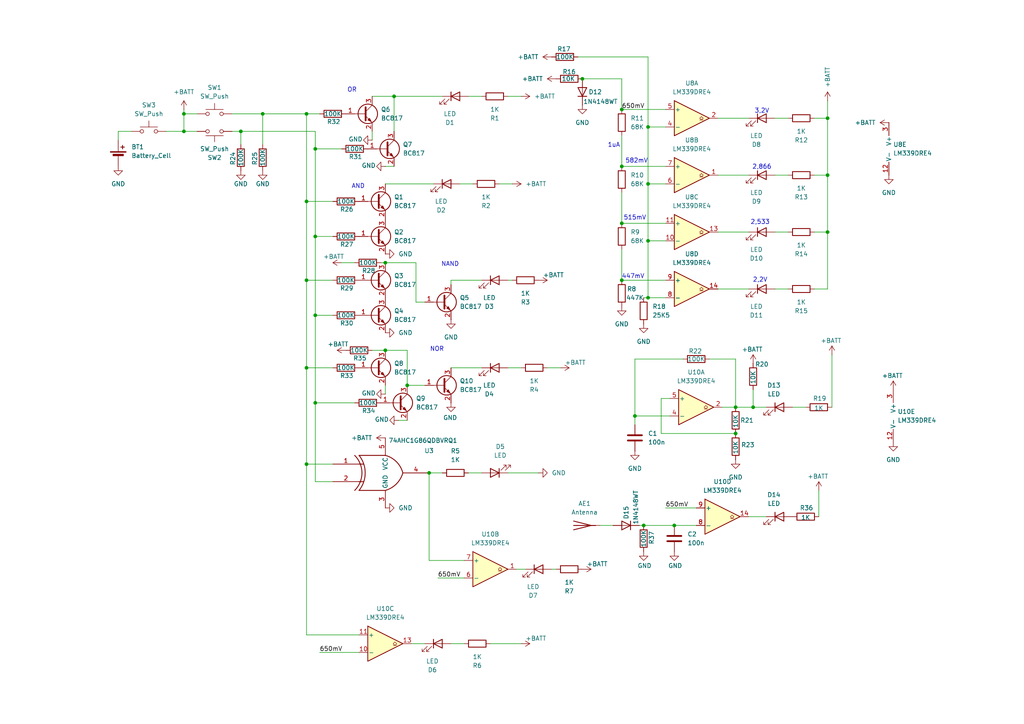
<source format=kicad_sch>
(kicad_sch (version 20250114) (generator "eeschema") (generator_version "9.0")
  (paper "A4")
  (lib_symbols
    (symbol "74xGxx:74AHC1G86"
      (property "Reference" "U" (at -2.54 3.81 0))
      (property "Value" "74AHC1G86" (at 0 -3.81 0))
      (symbol "74AHC1G86_1_1"
        (pin input line (at -15.24 2.54 0) (length 7.62) (name "~") (number "1"))
        (pin input line (at -15.24 -2.54 0) (length 7.62) (name "~") (number "2"))
        (pin power_in line (at 0 10.16 270) (length 5.08) (name "VCC") (number "5"))
        (pin power_in line (at 0 -10.16 90) (length 5.08) (name "GND") (number "3"))
        (pin output line (at 12.7 0 180) (length 7.62) (name "~") (number "4"))
      )
    )
    (symbol "Comparator:LM339" (pin_names (offset 0.127))
      (property "Reference" "U" (at 0 5.08 0))
      (property "Value" "LM339" (at 0 -5.08 0))
      (symbol "LM339_1_1"
        (pin input line (at -7.62 2.54 0) (length 2.54) (name "+") (number "5"))
        (pin input line (at -7.62 -2.54 0) (length 2.54) (name "-") (number "4"))
        (pin open_collector line (at 7.62 0 180) (length 2.54) (name "~") (number "2"))
      )
      (symbol "LM339_2_1"
        (pin input line (at -7.62 2.54 0) (length 2.54) (name "+") (number "7"))
        (pin input line (at -7.62 -2.54 0) (length 2.54) (name "-") (number "6"))
        (pin open_collector line (at 7.62 0 180) (length 2.54) (name "~") (number "1"))
      )
      (symbol "LM339_3_1"
        (pin input line (at -7.62 2.54 0) (length 2.54) (name "+") (number "11"))
        (pin input line (at -7.62 -2.54 0) (length 2.54) (name "-") (number "10"))
        (pin open_collector line (at 7.62 0 180) (length 2.54) (name "~") (number "13"))
      )
      (symbol "LM339_4_1"
        (pin input line (at -7.62 2.54 0) (length 2.54) (name "+") (number "9"))
        (pin input line (at -7.62 -2.54 0) (length 2.54) (name "-") (number "8"))
        (pin open_collector line (at 7.62 0 180) (length 2.54) (name "~") (number "14"))
      )
      (symbol "LM339_5_1"
        (pin power_in line (at -2.54 7.62 270) (length 3.81) (name "V+") (number "3"))
        (pin power_in line (at -2.54 -7.62 90) (length 3.81) (name "V-") (number "12"))
      )
    )
    (symbol "Device:Antenna" (pin_numbers (hide yes)) (pin_names (offset 1.016) (hide yes))
      (property "Reference" "AE" (at -1.905 1.905 0))
      (property "Value" "Antenna" (at -1.905 0 0))
      (symbol "Antenna_1_1"
        (pin input line (at 0 -5.08 90) (length 2.54) (name "A") (number "1"))
      )
    )
    (symbol "Device:Battery_Cell" (pin_numbers (hide yes)) (pin_names (offset 0) (hide yes))
      (property "Reference" "BT" (at 2.54 2.54 0))
      (property "Value" "Battery_Cell" (at 2.54 0 0))
      (symbol "Battery_Cell_1_1"
        (pin passive line (at 0 5.08 270) (length 2.54) (name "+") (number "1"))
        (pin passive line (at 0 -2.54 90) (length 2.54) (name "-") (number "2"))
      )
    )
    (symbol "Device:C" (pin_numbers (hide yes)) (pin_names (offset 0.254))
      (property "Reference" "C" (at 0.635 2.54 0))
      (property "Value" "C" (at 0.635 -2.54 0))
      (symbol "C_1_1"
        (pin passive line (at 0 3.81 270) (length 2.794) (name "~") (number "1"))
        (pin passive line (at 0 -3.81 90) (length 2.794) (name "~") (number "2"))
      )
    )
    (symbol "Device:LED" (pin_numbers (hide yes)) (pin_names (offset 1.016) (hide yes))
      (property "Reference" "D" (at 0 2.54 0))
      (property "Value" "LED" (at 0 -2.54 0))
      (symbol "LED_1_1"
        (pin passive line (at -3.81 0 0) (length 2.54) (name "K") (number "1"))
        (pin passive line (at 3.81 0 180) (length 2.54) (name "A") (number "2"))
      )
    )
    (symbol "Device:R" (pin_numbers (hide yes)) (pin_names (offset 0))
      (property "Reference" "R" (at 2.032 0 90))
      (property "Value" "R" (at 0 0 90))
      (symbol "R_1_1"
        (pin passive line (at 0 3.81 270) (length 1.27) (name "~") (number "1"))
        (pin passive line (at 0 -3.81 90) (length 1.27) (name "~") (number "2"))
      )
    )
    (symbol "Diode:1N4148WT" (pin_numbers (hide yes)) (pin_names (hide yes))
      (property "Reference" "D" (at 0 2.54 0))
      (property "Value" "1N4148WT" (at 0 -2.54 0))
      (symbol "1N4148WT_1_1"
        (pin passive line (at -3.81 0 0) (length 2.54) (name "K") (number "1"))
        (pin passive line (at 3.81 0 180) (length 2.54) (name "A") (number "2"))
      )
    )
    (symbol "Switch:SW_Push" (pin_numbers (hide yes)) (pin_names (offset 1.016) (hide yes))
      (property "Reference" "SW" (at 1.27 2.54 0))
      (property "Value" "SW_Push" (at 0 -1.524 0))
      (symbol "SW_Push_0_1"
        (pin passive line (at -5.08 0 0) (length 2.54) (name "1") (number "1"))
        (pin passive line (at 5.08 0 180) (length 2.54) (name "2") (number "2"))
      )
    )
    (symbol "Transistor_BJT:BC817" (pin_names (offset 0) (hide yes))
      (property "Reference" "Q" (at 5.08 1.905 0))
      (property "Value" "BC817" (at 5.08 0 0))
      (symbol "BC817_1_1"
        (pin input line (at -5.08 0 0) (length 2.54) (name "B") (number "1"))
        (pin passive line (at 2.54 5.08 270) (length 2.54) (name "C") (number "3"))
        (pin passive line (at 2.54 -5.08 90) (length 2.54) (name "E") (number "2"))
      )
    )
    (symbol "power:+BATT" (power) (pin_numbers (hide yes)) (pin_names (offset 0) (hide yes))
      (property "Value" "+BATT" (at 0 3.556 0))
      (symbol "+BATT_1_1"
        (pin power_in line (at 0 0 90) (length 0) (name "~") (number "1"))
      )
    )
    (symbol "power:GND" (power) (pin_numbers (hide yes)) (pin_names (offset 0) (hide yes))
      (property "Value" "GND" (at 0 -3.81 0))
      (symbol "GND_1_1"
        (pin power_in line (at 0 0 270) (length 0) (name "~") (number "1"))
      )
    )
  )
  (text "AND" (at 103.886 54.102 0) (effects (font (size 1.27 1.27))))
  (text "1uA" (at 178.054 42.164 0) (effects (font (size 1.27 1.27))))
  (text "515mV" (at 184.15 63.246 0) (effects (font (size 1.27 1.27))))
  (text "447mV" (at 183.642 80.264 0) (effects (font (size 1.27 1.27))))
  (text "2,866" (at 220.98 48.514 0) (effects (font (size 1.27 1.27))))
  (text "3,2V" (at 220.98 32.258 0) (effects (font (size 1.27 1.27))))
  (text "2,2V" (at 220.472 81.28 0) (effects (font (size 1.27 1.27))))
  (text "OR" (at 102.108 26.162 0) (effects (font (size 1.27 1.27))))
  (text "NAND" (at 130.556 76.708 0) (effects (font (size 1.27 1.27))))
  (text "NOR\n" (at 126.746 101.346 0) (effects (font (size 1.27 1.27))))
  (text "582mV" (at 184.658 46.736 0) (effects (font (size 1.27 1.27))))
  (text "2,533\n" (at 220.472 64.516 0) (effects (font (size 1.27 1.27))))
  (junction (at 218.44 118.11))
  (junction (at 91.44 68.58))
  (junction (at 91.44 91.44))
  (junction (at 187.96 53.34))
  (junction (at 195.58 152.4))
  (junction (at 168.91 22.86))
  (junction (at 88.9 106.68))
  (junction (at 88.9 33.02))
  (junction (at 180.34 64.77))
  (junction (at 240.03 67.31))
  (junction (at 184.15 120.65))
  (junction (at 91.44 43.18))
  (junction (at 187.96 69.85))
  (junction (at 76.2 33.02))
  (junction (at 88.9 81.28))
  (junction (at 91.44 116.84))
  (junction (at 186.69 152.4))
  (junction (at 187.96 86.36))
  (junction (at 69.85 38.1))
  (junction (at 180.34 48.26))
  (junction (at 213.36 125.73))
  (junction (at 124.46 137.16))
  (junction (at 111.76 76.2))
  (junction (at 53.34 38.1))
  (junction (at 213.36 118.11))
  (junction (at 240.03 50.8))
  (junction (at 88.9 58.42))
  (junction (at 240.03 34.29))
  (junction (at 88.9 134.62))
  (junction (at 180.34 31.75))
  (junction (at 53.34 33.02))
  (junction (at 111.76 101.6))
  (junction (at 118.11 111.76))
  (junction (at 114.3 27.94))
  (junction (at 187.96 36.83))
  (junction (at 180.34 81.28))
  (wire (pts (xy 130.81 106.68) (xy 139.7 106.68)))
  (wire (pts (xy 193.04 147.32) (xy 201.93 147.32)))
  (wire (pts (xy 88.9 81.28) (xy 88.9 58.42)))
  (wire (pts (xy 240.03 50.8) (xy 240.03 67.31)))
  (wire (pts (xy 162.56 106.68) (xy 158.75 106.68)))
  (wire (pts (xy 48.26 38.1) (xy 53.34 38.1)))
  (wire (pts (xy 111.76 114.3) (xy 111.76 111.76)))
  (wire (pts (xy 96.52 58.42) (xy 88.9 58.42)))
  (wire (pts (xy 180.34 31.75) (xy 193.04 31.75)))
  (wire (pts (xy 195.58 152.4) (xy 201.93 152.4)))
  (wire (pts (xy 111.76 101.6) (xy 118.11 101.6)))
  (wire (pts (xy 167.64 16.51) (xy 187.96 16.51)))
  (wire (pts (xy 91.44 43.18) (xy 91.44 38.1)))
  (wire (pts (xy 161.29 165.1) (xy 160.02 165.1)))
  (wire (pts (xy 69.85 38.1) (xy 91.44 38.1)))
  (wire (pts (xy 208.28 67.31) (xy 217.17 67.31)))
  (wire (pts (xy 228.6 34.29) (xy 224.79 34.29)))
  (wire (pts (xy 91.44 91.44) (xy 91.44 116.84)))
  (wire (pts (xy 123.19 87.63) (xy 120.65 87.63)))
  (wire (pts (xy 151.13 106.68) (xy 147.32 106.68)))
  (wire (pts (xy 156.21 137.16) (xy 147.32 137.16)))
  (wire (pts (xy 91.44 68.58) (xy 91.44 91.44)))
  (wire (pts (xy 180.34 31.75) (xy 180.34 22.86)))
  (wire (pts (xy 237.49 142.24) (xy 237.49 149.86)))
  (wire (pts (xy 92.71 189.23) (xy 104.14 189.23)))
  (wire (pts (xy 124.46 137.16) (xy 124.46 162.56)))
  (wire (pts (xy 151.13 186.69) (xy 142.24 186.69)))
  (wire (pts (xy 180.34 39.37) (xy 180.34 48.26)))
  (wire (pts (xy 53.34 33.02) (xy 53.34 31.75)))
  (wire (pts (xy 208.28 83.82) (xy 217.17 83.82)))
  (wire (pts (xy 91.44 43.18) (xy 91.44 68.58)))
  (wire (pts (xy 240.03 67.31) (xy 236.22 67.31)))
  (wire (pts (xy 187.96 53.34) (xy 187.96 36.83)))
  (wire (pts (xy 151.13 27.94) (xy 147.32 27.94)))
  (wire (pts (xy 218.44 113.03) (xy 218.44 118.11)))
  (wire (pts (xy 76.2 33.02) (xy 76.2 41.91)))
  (wire (pts (xy 104.14 184.15) (xy 88.9 184.15)))
  (wire (pts (xy 180.34 55.88) (xy 180.34 64.77)))
  (wire (pts (xy 240.03 34.29) (xy 236.22 34.29)))
  (wire (pts (xy 184.15 104.14) (xy 184.15 120.65)))
  (wire (pts (xy 34.29 38.1) (xy 34.29 40.64)))
  (wire (pts (xy 124.46 162.56) (xy 134.62 162.56)))
  (wire (pts (xy 191.77 125.73) (xy 191.77 115.57)))
  (wire (pts (xy 57.15 33.02) (xy 53.34 33.02)))
  (wire (pts (xy 180.34 64.77) (xy 193.04 64.77)))
  (wire (pts (xy 88.9 58.42) (xy 88.9 33.02)))
  (wire (pts (xy 91.44 116.84) (xy 102.87 116.84)))
  (wire (pts (xy 184.15 120.65) (xy 194.31 120.65)))
  (wire (pts (xy 187.96 36.83) (xy 193.04 36.83)))
  (wire (pts (xy 148.59 81.28) (xy 147.32 81.28)))
  (wire (pts (xy 120.65 76.2) (xy 111.76 76.2)))
  (wire (pts (xy 119.38 186.69) (xy 123.19 186.69)))
  (wire (pts (xy 218.44 118.11) (xy 222.25 118.11)))
  (wire (pts (xy 99.06 76.2) (xy 102.87 76.2)))
  (wire (pts (xy 57.15 38.1) (xy 53.34 38.1)))
  (wire (pts (xy 91.44 139.7) (xy 96.52 139.7)))
  (wire (pts (xy 184.15 120.65) (xy 184.15 123.19)))
  (wire (pts (xy 198.12 104.14) (xy 184.15 104.14)))
  (wire (pts (xy 213.36 104.14) (xy 205.74 104.14)))
  (wire (pts (xy 209.55 118.11) (xy 213.36 118.11)))
  (wire (pts (xy 111.76 53.34) (xy 125.73 53.34)))
  (wire (pts (xy 124.46 137.16) (xy 128.27 137.16)))
  (wire (pts (xy 193.04 86.36) (xy 187.96 86.36)))
  (wire (pts (xy 76.2 33.02) (xy 88.9 33.02)))
  (wire (pts (xy 228.6 67.31) (xy 224.79 67.31)))
  (wire (pts (xy 240.03 29.21) (xy 240.03 34.29)))
  (wire (pts (xy 88.9 134.62) (xy 88.9 184.15)))
  (wire (pts (xy 130.81 81.28) (xy 130.81 82.55)))
  (wire (pts (xy 228.6 50.8) (xy 224.79 50.8)))
  (wire (pts (xy 180.34 81.28) (xy 193.04 81.28)))
  (wire (pts (xy 53.34 38.1) (xy 53.34 33.02)))
  (wire (pts (xy 120.65 87.63) (xy 120.65 76.2)))
  (wire (pts (xy 110.49 76.2) (xy 111.76 76.2)))
  (wire (pts (xy 213.36 118.11) (xy 213.36 104.14)))
  (wire (pts (xy 193.04 69.85) (xy 187.96 69.85)))
  (wire (pts (xy 107.95 27.94) (xy 114.3 27.94)))
  (wire (pts (xy 88.9 81.28) (xy 88.9 106.68)))
  (wire (pts (xy 208.28 50.8) (xy 217.17 50.8)))
  (wire (pts (xy 240.03 50.8) (xy 236.22 50.8)))
  (wire (pts (xy 107.95 40.64) (xy 107.95 38.1)))
  (wire (pts (xy 91.44 116.84) (xy 91.44 139.7)))
  (wire (pts (xy 241.3 102.87) (xy 241.3 118.11)))
  (wire (pts (xy 127 167.64) (xy 134.62 167.64)))
  (wire (pts (xy 96.52 68.58) (xy 91.44 68.58)))
  (wire (pts (xy 186.69 152.4) (xy 195.58 152.4)))
  (wire (pts (xy 91.44 91.44) (xy 96.52 91.44)))
  (wire (pts (xy 240.03 67.31) (xy 240.03 83.82)))
  (wire (pts (xy 137.16 53.34) (xy 133.35 53.34)))
  (wire (pts (xy 67.31 33.02) (xy 76.2 33.02)))
  (wire (pts (xy 180.34 22.86) (xy 168.91 22.86)))
  (wire (pts (xy 139.7 27.94) (xy 135.89 27.94)))
  (wire (pts (xy 208.28 34.29) (xy 217.17 34.29)))
  (wire (pts (xy 38.1 38.1) (xy 34.29 38.1)))
  (wire (pts (xy 88.9 106.68) (xy 88.9 134.62)))
  (wire (pts (xy 187.96 69.85) (xy 187.96 86.36)))
  (wire (pts (xy 187.96 53.34) (xy 187.96 69.85)))
  (wire (pts (xy 134.62 186.69) (xy 130.81 186.69)))
  (wire (pts (xy 240.03 34.29) (xy 240.03 50.8)))
  (wire (pts (xy 191.77 115.57) (xy 194.31 115.57)))
  (wire (pts (xy 96.52 81.28) (xy 88.9 81.28)))
  (wire (pts (xy 187.96 86.36) (xy 186.69 86.36)))
  (wire (pts (xy 114.3 27.94) (xy 114.3 38.1)))
  (wire (pts (xy 107.95 101.6) (xy 111.76 101.6)))
  (wire (pts (xy 139.7 81.28) (xy 130.81 81.28)))
  (wire (pts (xy 69.85 38.1) (xy 69.85 41.91)))
  (wire (pts (xy 148.59 53.34) (xy 144.78 53.34)))
  (wire (pts (xy 114.3 27.94) (xy 128.27 27.94)))
  (wire (pts (xy 88.9 106.68) (xy 96.52 106.68)))
  (wire (pts (xy 173.99 152.4) (xy 177.8 152.4)))
  (wire (pts (xy 180.34 72.39) (xy 180.34 81.28)))
  (wire (pts (xy 187.96 53.34) (xy 193.04 53.34)))
  (wire (pts (xy 180.34 48.26) (xy 193.04 48.26)))
  (wire (pts (xy 67.31 38.1) (xy 69.85 38.1)))
  (wire (pts (xy 91.44 43.18) (xy 99.06 43.18)))
  (wire (pts (xy 185.42 152.4) (xy 186.69 152.4)))
  (wire (pts (xy 115.57 121.92) (xy 118.11 121.92)))
  (wire (pts (xy 149.86 165.1) (xy 152.4 165.1)))
  (wire (pts (xy 213.36 125.73) (xy 191.77 125.73)))
  (wire (pts (xy 88.9 33.02) (xy 92.71 33.02)))
  (wire (pts (xy 213.36 118.11) (xy 218.44 118.11)))
  (wire (pts (xy 135.89 137.16) (xy 139.7 137.16)))
  (wire (pts (xy 96.52 134.62) (xy 88.9 134.62)))
  (wire (pts (xy 217.17 149.86) (xy 222.25 149.86)))
  (wire (pts (xy 229.87 118.11) (xy 233.68 118.11)))
  (wire (pts (xy 111.76 48.26) (xy 114.3 48.26)))
  (wire (pts (xy 228.6 83.82) (xy 224.79 83.82)))
  (wire (pts (xy 118.11 111.76) (xy 123.19 111.76)))
  (wire (pts (xy 118.11 101.6) (xy 118.11 111.76)))
  (wire (pts (xy 187.96 16.51) (xy 187.96 36.83)))
  (wire (pts (xy 240.03 83.82) (xy 236.22 83.82)))
  (label "650mV" (at 180.34 31.75 0))
  (label "650mV" (at 92.71 189.23 0))
  (label "650mV" (at 193.04 147.32 0))
  (label "650mV" (at 127 167.64 0))
  (symbol (lib_id "power:GND") (at 130.81 116.84 0) (unit 1)
    (property "Reference" "#PWR019" (effects (hide yes)))
    (property "Value" "GND" (at 130.556 121.158 0))
    (property "Description" "Power symbol creates a global label with name \"GND\" , ground" (effects (hide yes)))
  )
  (symbol (lib_id "Device:R") (at 69.85 45.72 180) (unit 1)
    (property "Reference" "R24" (at 67.564 45.974 90))
    (property "Value" "100K" (at 69.85 45.72 90))
    (property "Footprint" "Resistor_SMD:R_0603_1608Metric" (effects (hide yes)))
    (property "Description" "Resistor" (effects (hide yes)))
  )
  (symbol (lib_id "Device:R") (at 232.41 50.8 270) (unit 1)
    (property "Reference" "R13" (at 232.41 57.15 90))
    (property "Value" "1K" (at 232.41 54.61 90))
    (property "Footprint" "Resistor_SMD:R_0603_1608Metric" (effects (hide yes)))
    (property "Description" "Resistor" (effects (hide yes)))
  )
  (symbol (lib_id "power:+BATT") (at 160.02 16.51 90) (unit 1)
    (property "Reference" "#PWR024" (effects (hide yes)))
    (property "Value" "+BATT" (at 156.21 16.5099 90) (effects (justify left)))
    (property "Description" "Power symbol creates a global label with name \"+BATT\"" (effects (hide yes)))
  )
  (symbol (lib_id "power:+BATT") (at 156.21 81.28 270) (unit 1)
    (property "Reference" "#PWR017" (effects (hide yes)))
    (property "Value" "+BATT" (at 157.48 79.756 90) (effects (justify left)))
    (property "Description" "Power symbol creates a global label with name \"+BATT\"" (effects (hide yes)))
  )
  (symbol (lib_id "power:+BATT") (at 240.03 29.21 0) (unit 1)
    (property "Reference" "#PWR028" (effects (hide yes)))
    (property "Value" "+BATT" (at 240.0301 25.4 90) (effects (justify left)))
    (property "Description" "Power symbol creates a global label with name \"+BATT\"" (effects (hide yes)))
  )
  (symbol (lib_id "power:+BATT") (at 237.49 142.24 0) (unit 1)
    (property "Reference" "#PWR041" (effects (hide yes)))
    (property "Value" "+BATT" (at 234.188 138.176 0) (effects (justify left)))
    (property "Description" "Power symbol creates a global label with name \"+BATT\"" (effects (hide yes)))
  )
  (symbol (lib_id "power:GND") (at 111.76 48.26 270) (unit 1)
    (property "Reference" "#PWR010" (effects (hide yes)))
    (property "Value" "GND" (at 106.934 48.006 90))
    (property "Description" "Power symbol creates a global label with name \"GND\" , ground" (effects (hide yes)))
  )
  (symbol (lib_id "power:GND") (at 111.76 96.52 90) (unit 1)
    (property "Reference" "#PWR04" (effects (hide yes)))
    (property "Value" "GND" (at 115.57 96.5199 90) (effects (justify right)))
    (property "Description" "Power symbol creates a global label with name \"GND\" , ground" (effects (hide yes)))
  )
  (symbol (lib_id "Device:R") (at 232.41 67.31 270) (unit 1)
    (property "Reference" "R14" (at 232.41 73.66 90))
    (property "Value" "1K" (at 232.41 71.12 90))
    (property "Footprint" "Resistor_SMD:R_0603_1608Metric" (effects (hide yes)))
    (property "Description" "Resistor" (effects (hide yes)))
  )
  (symbol (lib_id "Device:R") (at 237.49 118.11 270) (unit 1)
    (property "Reference" "R19" (at 237.744 115.57 90))
    (property "Value" "1K" (at 237.49 118.364 90))
    (property "Footprint" "Resistor_SMD:R_0603_1608Metric" (effects (hide yes)))
    (property "Description" "Resistor" (effects (hide yes)))
  )
  (symbol (lib_id "power:+BATT") (at 148.59 53.34 270) (unit 1)
    (property "Reference" "#PWR021" (effects (hide yes)))
    (property "Value" "+BATT" (at 152.4 53.3401 90) (effects (justify left)))
    (property "Description" "Power symbol creates a global label with name \"+BATT\"" (effects (hide yes)))
  )
  (symbol (lib_id "Device:C") (at 184.15 127 0) (unit 1)
    (property "Reference" "C1" (at 187.96 125.7299 0) (effects (justify left)))
    (property "Value" "100n" (at 187.96 128.2699 0) (effects (justify left)))
    (property "Footprint" "Capacitor_SMD:C_1206_3216Metric" (effects (hide yes)))
    (property "Description" "Unpolarized capacitor" (effects (hide yes)))
  )
  (symbol (lib_id "Comparator:LM339") (at 260.35 43.18 0) (unit 5)
    (property "Reference" "U8" (at 259.08 41.9099 0) (effects (justify left)))
    (property "Value" "LM339DRE4" (at 259.08 44.4499 0) (effects (justify left)))
    (property "Footprint" "Package_SO:SOIC-14_3.9x8.7mm_P1.27mm" (effects (hide yes)))
    (property "Datasheet" "https://www.st.com/resource/en/datasheet/lm139.pdf" (effects (hide yes)))
    (property "Description" "Quad Differential Comparators, SOIC-14/TSSOP-14" (effects (hide yes)))
  )
  (symbol (lib_id "power:GND") (at 130.81 92.71 0) (unit 1)
    (property "Reference" "#PWR011" (effects (hide yes)))
    (property "Value" "GND" (at 130.81 97.79 0))
    (property "Description" "Power symbol creates a global label with name \"GND\" , ground" (effects (hide yes)))
  )
  (symbol (lib_id "Transistor_BJT:BC817") (at 109.22 91.44 0) (unit 1)
    (property "Reference" "Q4" (at 114.3 90.1699 0) (effects (justify left)))
    (property "Value" "BC817" (at 114.3 92.7099 0) (effects (justify left)))
    (property "Footprint" "Package_TO_SOT_SMD:SOT-23" (effects (hide yes)))
    (property "Datasheet" "https://www.onsemi.com/pub/Collateral/BC818-D.pdf" (effects (hide yes)))
    (property "Description" "0.8A Ic, 45V Vce, NPN Transistor, SOT-23" (effects (hide yes)))
  )
  (symbol (lib_id "power:GND") (at 186.69 160.02 0) (unit 1)
    (property "Reference" "#PWR042" (effects (hide yes)))
    (property "Value" "GND" (at 186.944 164.084 0))
    (property "Description" "Power symbol creates a global label with name \"GND\" , ground" (effects (hide yes)))
  )
  (symbol (lib_id "power:+BATT") (at 99.06 76.2 90) (unit 1)
    (property "Reference" "#PWR012" (effects (hide yes)))
    (property "Value" "+BATT" (at 99.822 74.422 90) (effects (justify left)))
    (property "Description" "Power symbol creates a global label with name \"+BATT\"" (effects (hide yes)))
  )
  (symbol (lib_id "Transistor_BJT:BC817") (at 109.22 68.58 0) (unit 1)
    (property "Reference" "Q2" (at 114.3 67.3099 0) (effects (justify left)))
    (property "Value" "BC817" (at 114.3 69.8499 0) (effects (justify left)))
    (property "Footprint" "Package_TO_SOT_SMD:SOT-23" (effects (hide yes)))
    (property "Datasheet" "https://www.onsemi.com/pub/Collateral/BC818-D.pdf" (effects (hide yes)))
    (property "Description" "0.8A Ic, 45V Vce, NPN Transistor, SOT-23" (effects (hide yes)))
  )
  (symbol (lib_id "power:+BATT") (at 100.33 101.6 90) (unit 1)
    (property "Reference" "#PWR05" (effects (hide yes)))
    (property "Value" "+BATT" (at 101.092 99.822 90) (effects (justify left)))
    (property "Description" "Power symbol creates a global label with name \"+BATT\"" (effects (hide yes)))
  )
  (symbol (lib_id "Device:LED") (at 143.51 81.28 0) (unit 1)
    (property "Reference" "D3" (at 141.9225 88.9 0))
    (property "Value" "LED" (at 141.9225 86.36 0))
    (property "Footprint" "LED_SMD:LED_0603_1608Metric" (effects (hide yes)))
    (property "Description" "Light emitting diode" (effects (hide yes)))
    (property "Sim.Pins" "1=K 2=A" (effects (hide yes)))
  )
  (symbol (lib_id "power:GND") (at 259.08 128.27 0) (unit 1)
    (property "Reference" "#PWR023" (effects (hide yes)))
    (property "Value" "GND" (at 259.08 133.35 0))
    (property "Description" "Power symbol creates a global label with name \"GND\" , ground" (effects (hide yes)))
  )
  (symbol (lib_id "Device:LED") (at 127 186.69 0) (unit 1)
    (property "Reference" "D6" (at 125.4125 194.31 0))
    (property "Value" "LED" (at 125.4125 191.77 0))
    (property "Footprint" "LED_SMD:LED_0603_1608Metric" (effects (hide yes)))
    (property "Description" "Light emitting diode" (effects (hide yes)))
    (property "Sim.Pins" "1=K 2=A" (effects (hide yes)))
  )
  (symbol (lib_id "Device:R") (at 106.68 76.2 270) (unit 1)
    (property "Reference" "R28" (at 106.934 78.486 90))
    (property "Value" "100K" (at 106.68 76.2 90))
    (property "Footprint" "Resistor_SMD:R_0603_1608Metric" (effects (hide yes)))
    (property "Description" "Resistor" (effects (hide yes)))
  )
  (symbol (lib_id "Comparator:LM339") (at 111.76 186.69 0) (unit 3)
    (property "Reference" "U10" (at 111.76 176.53 0))
    (property "Value" "LM339DRE4" (at 111.76 179.07 0))
    (property "Footprint" "Package_SO:SOIC-14_3.9x8.7mm_P1.27mm" (effects (hide yes)))
    (property "Datasheet" "https://www.st.com/resource/en/datasheet/lm139.pdf" (effects (hide yes)))
    (property "Description" "Quad Differential Comparators, SOIC-14/TSSOP-14" (effects (hide yes)))
  )
  (symbol (lib_id "power:GND") (at 76.2 49.53 0) (unit 1)
    (property "Reference" "#PWR037" (effects (hide yes)))
    (property "Value" "GND" (at 76.2 53.34 0))
    (property "Description" "Power symbol creates a global label with name \"GND\" , ground" (effects (hide yes)))
  )
  (symbol (lib_id "power:GND") (at 180.34 88.9 0) (unit 1)
    (property "Reference" "#PWR026" (effects (hide yes)))
    (property "Value" "GND" (at 180.34 93.98 0))
    (property "Description" "Power symbol creates a global label with name \"GND\" , ground" (effects (hide yes)))
  )
  (symbol (lib_id "Device:R") (at 100.33 91.44 270) (unit 1)
    (property "Reference" "R30" (at 100.584 93.726 90))
    (property "Value" "100K" (at 100.33 91.44 90))
    (property "Footprint" "Resistor_SMD:R_0603_1608Metric" (effects (hide yes)))
    (property "Description" "Resistor" (effects (hide yes)))
  )
  (symbol (lib_id "Comparator:LM339") (at 209.55 149.86 0) (unit 4)
    (property "Reference" "U10" (at 209.55 139.7 0))
    (property "Value" "LM339DRE4" (at 209.55 142.24 0))
    (property "Footprint" "Package_SO:SOIC-14_3.9x8.7mm_P1.27mm" (effects (hide yes)))
    (property "Datasheet" "https://www.st.com/resource/en/datasheet/lm139.pdf" (effects (hide yes)))
    (property "Description" "Quad Differential Comparators, SOIC-14/TSSOP-14" (effects (hide yes)))
  )
  (symbol (lib_id "Device:R") (at 180.34 35.56 0) (unit 1)
    (property "Reference" "R11" (at 182.88 34.2899 0) (effects (justify left)))
    (property "Value" "68K" (at 182.88 36.8299 0) (effects (justify left)))
    (property "Footprint" "Resistor_SMD:R_0603_1608Metric" (effects (hide yes)))
    (property "Description" "Resistor" (effects (hide yes)))
  )
  (symbol (lib_id "Device:R") (at 100.33 58.42 270) (unit 1)
    (property "Reference" "R26" (at 100.584 60.706 90))
    (property "Value" "100K" (at 100.33 58.42 90))
    (property "Footprint" "Resistor_SMD:R_0603_1608Metric" (effects (hide yes)))
    (property "Description" "Resistor" (effects (hide yes)))
  )
  (symbol (lib_id "Device:R") (at 152.4 81.28 270) (unit 1)
    (property "Reference" "R3" (at 152.4 87.63 90))
    (property "Value" "1K" (at 152.4 85.09 90))
    (property "Footprint" "Resistor_SMD:R_0603_1608Metric" (effects (hide yes)))
    (property "Description" "Resistor" (effects (hide yes)))
  )
  (symbol (lib_id "Transistor_BJT:BC817") (at 115.57 116.84 0) (unit 1)
    (property "Reference" "Q9" (at 120.65 115.5699 0) (effects (justify left)))
    (property "Value" "BC817" (at 120.65 118.1099 0) (effects (justify left)))
    (property "Footprint" "Package_TO_SOT_SMD:SOT-23" (effects (hide yes)))
    (property "Datasheet" "https://www.onsemi.com/pub/Collateral/BC818-D.pdf" (effects (hide yes)))
    (property "Description" "0.8A Ic, 45V Vce, NPN Transistor, SOT-23" (effects (hide yes)))
  )
  (symbol (lib_id "power:GND") (at 111.76 73.66 90) (unit 1)
    (property "Reference" "#PWR03" (effects (hide yes)))
    (property "Value" "GND" (at 115.57 73.6599 90) (effects (justify right)))
    (property "Description" "Power symbol creates a global label with name \"GND\" , ground" (effects (hide yes)))
  )
  (symbol (lib_id "power:+BATT") (at 161.29 22.86 90) (unit 1)
    (property "Reference" "#PWR030" (effects (hide yes)))
    (property "Value" "+BATT" (at 157.48 22.8599 90) (effects (justify left)))
    (property "Description" "Power symbol creates a global label with name \"+BATT\"" (effects (hide yes)))
  )
  (symbol (lib_id "Device:R") (at 180.34 68.58 0) (unit 1)
    (property "Reference" "R9" (at 182.88 67.3099 0) (effects (justify left)))
    (property "Value" "68K" (at 182.88 69.8499 0) (effects (justify left)))
    (property "Footprint" "Resistor_SMD:R_0603_1608Metric" (effects (hide yes)))
    (property "Description" "Resistor" (effects (hide yes)))
  )
  (symbol (lib_id "power:GND") (at 115.57 121.92 270) (unit 1)
    (property "Reference" "#PWR039" (effects (hide yes)))
    (property "Value" "GND" (at 110.744 121.666 90))
    (property "Description" "Power symbol creates a global label with name \"GND\" , ground" (effects (hide yes)))
  )
  (symbol (lib_id "Device:R") (at 143.51 27.94 270) (unit 1)
    (property "Reference" "R1" (at 143.51 34.29 90))
    (property "Value" "1K" (at 143.51 31.75 90))
    (property "Footprint" "Resistor_SMD:R_0603_1608Metric" (effects (hide yes)))
    (property "Description" "Resistor" (effects (hide yes)))
  )
  (symbol (lib_id "power:GND") (at 184.15 130.81 0) (unit 1)
    (property "Reference" "#PWR032" (effects (hide yes)))
    (property "Value" "GND" (at 184.15 135.89 0))
    (property "Description" "Power symbol creates a global label with name \"GND\" , ground" (effects (hide yes)))
  )
  (symbol (lib_id "power:+BATT") (at 218.44 105.41 0) (unit 1)
    (property "Reference" "#PWR033" (effects (hide yes)))
    (property "Value" "+BATT" (at 215.138 101.346 0) (effects (justify left)))
    (property "Description" "Power symbol creates a global label with name \"+BATT\"" (effects (hide yes)))
  )
  (symbol (lib_id "Transistor_BJT:BC817") (at 109.22 58.42 0) (unit 1)
    (property "Reference" "Q1" (at 114.3 57.1499 0) (effects (justify left)))
    (property "Value" "BC817" (at 114.3 59.6899 0) (effects (justify left)))
    (property "Footprint" "Package_TO_SOT_SMD:SOT-23" (effects (hide yes)))
    (property "Datasheet" "https://www.onsemi.com/pub/Collateral/BC818-D.pdf" (effects (hide yes)))
    (property "Description" "0.8A Ic, 45V Vce, NPN Transistor, SOT-23" (effects (hide yes)))
  )
  (symbol (lib_id "Comparator:LM339") (at 200.66 67.31 0) (unit 3)
    (property "Reference" "U8" (at 200.66 57.15 0))
    (property "Value" "LM339DRE4" (at 200.66 59.69 0))
    (property "Footprint" "Package_SO:SOIC-14_3.9x8.7mm_P1.27mm" (effects (hide yes)))
    (property "Datasheet" "https://www.st.com/resource/en/datasheet/lm139.pdf" (effects (hide yes)))
    (property "Description" "Quad Differential Comparators, SOIC-14/TSSOP-14" (effects (hide yes)))
  )
  (symbol (lib_id "Comparator:LM339") (at 200.66 34.29 0) (unit 1)
    (property "Reference" "U8" (at 200.66 24.13 0))
    (property "Value" "LM339DRE4" (at 200.66 26.67 0))
    (property "Footprint" "Package_SO:SOIC-14_3.9x8.7mm_P1.27mm" (effects (hide yes)))
    (property "Datasheet" "https://www.st.com/resource/en/datasheet/lm139.pdf" (effects (hide yes)))
    (property "Description" "Quad Differential Comparators, SOIC-14/TSSOP-14" (effects (hide yes)))
  )
  (symbol (lib_id "Device:R") (at 163.83 16.51 90) (unit 1)
    (property "Reference" "R17" (at 163.576 14.224 90))
    (property "Value" "100K" (at 163.83 16.51 90))
    (property "Footprint" "Resistor_SMD:R_0603_1608Metric" (effects (hide yes)))
    (property "Description" "Resistor" (effects (hide yes)))
  )
  (symbol (lib_id "power:GND") (at 107.95 40.64 270) (unit 1)
    (property "Reference" "#PWR02" (effects (hide yes)))
    (property "Value" "GND" (at 103.124 40.386 90))
    (property "Description" "Power symbol creates a global label with name \"GND\" , ground" (effects (hide yes)))
  )
  (symbol (lib_id "Device:LED") (at 129.54 53.34 0) (unit 1)
    (property "Reference" "D2" (at 127.9525 60.96 0))
    (property "Value" "LED" (at 127.9525 58.42 0))
    (property "Footprint" "LED_SMD:LED_0603_1608Metric" (effects (hide yes)))
    (property "Description" "Light emitting diode" (effects (hide yes)))
    (property "Sim.Pins" "1=K 2=A" (effects (hide yes)))
  )
  (symbol (lib_id "Device:R") (at 186.69 156.21 0) (unit 1)
    (property "Reference" "R37" (at 188.976 155.956 90))
    (property "Value" "100K" (at 186.69 156.21 90))
    (property "Footprint" "Resistor_SMD:R_0603_1608Metric" (effects (hide yes)))
    (property "Description" "Resistor" (effects (hide yes)))
  )
  (symbol (lib_id "Device:R") (at 100.33 81.28 270) (unit 1)
    (property "Reference" "R29" (at 100.584 83.566 90))
    (property "Value" "100K" (at 100.33 81.28 90))
    (property "Footprint" "Resistor_SMD:R_0603_1608Metric" (effects (hide yes)))
    (property "Description" "Resistor" (effects (hide yes)))
  )
  (symbol (lib_id "Switch:SW_Push") (at 62.23 33.02 0) (unit 1)
    (property "Reference" "SW1" (at 62.23 25.4 0))
    (property "Value" "SW_Push" (at 62.23 27.94 0))
    (property "Footprint" "Button_Switch_SMD:SW_Push_1P1T_XKB_TS-1187A" (effects (hide yes)))
    (property "Description" "Push button switch, generic, two pins" (effects (hide yes)))
  )
  (symbol (lib_id "power:GND") (at 168.91 30.48 0) (unit 1)
    (property "Reference" "#PWR029" (effects (hide yes)))
    (property "Value" "GND" (at 168.91 35.56 0))
    (property "Description" "Power symbol creates a global label with name \"GND\" , ground" (effects (hide yes)))
  )
  (symbol (lib_id "Device:LED") (at 143.51 106.68 0) (unit 1)
    (property "Reference" "D4" (at 141.9225 114.3 0))
    (property "Value" "LED" (at 141.9225 111.76 0))
    (property "Footprint" "LED_SMD:LED_0603_1608Metric" (effects (hide yes)))
    (property "Description" "Light emitting diode" (effects (hide yes)))
    (property "Sim.Pins" "1=K 2=A" (effects (hide yes)))
  )
  (symbol (lib_id "Device:R") (at 213.36 129.54 180) (unit 1)
    (property "Reference" "R23" (at 216.916 129.032 0))
    (property "Value" "10K" (at 213.36 129.794 90))
    (property "Footprint" "Resistor_SMD:R_0603_1608Metric" (effects (hide yes)))
    (property "Description" "Resistor" (effects (hide yes)))
  )
  (symbol (lib_id "Device:LED") (at 220.98 50.8 0) (unit 1)
    (property "Reference" "D9" (at 219.3925 58.42 0))
    (property "Value" "LED" (at 219.3925 55.88 0))
    (property "Footprint" "LED_SMD:LED_0603_1608Metric" (effects (hide yes)))
    (property "Description" "Light emitting diode" (effects (hide yes)))
    (property "Sim.Pins" "1=K 2=A" (effects (hide yes)))
  )
  (symbol (lib_id "Device:R") (at 201.93 104.14 90) (unit 1)
    (property "Reference" "R22" (at 201.676 101.854 90))
    (property "Value" "100K" (at 201.93 104.14 90))
    (property "Footprint" "Resistor_SMD:R_0603_1608Metric" (effects (hide yes)))
    (property "Description" "Resistor" (effects (hide yes)))
  )
  (symbol (lib_id "Transistor_BJT:BC817") (at 109.22 81.28 0) (unit 1)
    (property "Reference" "Q3" (at 114.3 80.0099 0) (effects (justify left)))
    (property "Value" "BC817" (at 114.3 82.5499 0) (effects (justify left)))
    (property "Footprint" "Package_TO_SOT_SMD:SOT-23" (effects (hide yes)))
    (property "Datasheet" "https://www.onsemi.com/pub/Collateral/BC818-D.pdf" (effects (hide yes)))
    (property "Description" "0.8A Ic, 45V Vce, NPN Transistor, SOT-23" (effects (hide yes)))
  )
  (symbol (lib_id "power:+BATT") (at 168.91 165.1 270) (unit 1)
    (property "Reference" "#PWR08" (effects (hide yes)))
    (property "Value" "+BATT" (at 170.18 163.576 90) (effects (justify left)))
    (property "Description" "Power symbol creates a global label with name \"+BATT\"" (effects (hide yes)))
  )
  (symbol (lib_id "Device:R") (at 104.14 101.6 270) (unit 1)
    (property "Reference" "R35" (at 104.394 103.886 90))
    (property "Value" "100K" (at 104.14 101.6 90))
    (property "Footprint" "Resistor_SMD:R_0603_1608Metric" (effects (hide yes)))
    (property "Description" "Resistor" (effects (hide yes)))
  )
  (symbol (lib_id "Comparator:LM339") (at 142.24 165.1 0) (unit 2)
    (property "Reference" "U10" (at 142.24 154.94 0))
    (property "Value" "LM339DRE4" (at 142.24 157.48 0))
    (property "Footprint" "Package_SO:SOIC-14_3.9x8.7mm_P1.27mm" (effects (hide yes)))
    (property "Datasheet" "https://www.st.com/resource/en/datasheet/lm139.pdf" (effects (hide yes)))
    (property "Description" "Quad Differential Comparators, SOIC-14/TSSOP-14" (effects (hide yes)))
  )
  (symbol (lib_id "Device:R") (at 180.34 52.07 0) (unit 1)
    (property "Reference" "R10" (at 182.88 50.7999 0) (effects (justify left)))
    (property "Value" "68K" (at 182.88 53.3399 0) (effects (justify left)))
    (property "Footprint" "Resistor_SMD:R_0603_1608Metric" (effects (hide yes)))
    (property "Description" "Resistor" (effects (hide yes)))
  )
  (symbol (lib_id "Device:R") (at 232.41 83.82 270) (unit 1)
    (property "Reference" "R15" (at 232.41 90.17 90))
    (property "Value" "1K" (at 232.41 87.63 90))
    (property "Footprint" "Resistor_SMD:R_0603_1608Metric" (effects (hide yes)))
    (property "Description" "Resistor" (effects (hide yes)))
  )
  (symbol (lib_id "power:+BATT") (at 53.34 31.75 0) (unit 1)
    (property "Reference" "#PWR09" (effects (hide yes)))
    (property "Value" "+BATT" (at 53.34 26.67 0))
    (property "Description" "Power symbol creates a global label with name \"+BATT\"" (effects (hide yes)))
  )
  (symbol (lib_id "power:+BATT") (at 151.13 27.94 270) (unit 1)
    (property "Reference" "#PWR022" (effects (hide yes)))
    (property "Value" "+BATT" (at 154.94 27.9401 90) (effects (justify left)))
    (property "Description" "Power symbol creates a global label with name \"+BATT\"" (effects (hide yes)))
  )
  (symbol (lib_id "Comparator:LM339") (at 201.93 118.11 0) (unit 1)
    (property "Reference" "U10" (at 201.93 107.95 0))
    (property "Value" "LM339DRE4" (at 201.93 110.49 0))
    (property "Footprint" "Package_SO:SOIC-14_3.9x8.7mm_P1.27mm" (effects (hide yes)))
    (property "Datasheet" "https://www.st.com/resource/en/datasheet/lm139.pdf" (effects (hide yes)))
    (property "Description" "Quad Differential Comparators, SOIC-14/TSSOP-14" (effects (hide yes)))
  )
  (symbol (lib_id "Device:R") (at 132.08 137.16 90) (unit 1)
    (property "Reference" "R5" (at 132.08 130.81 90))
    (property "Value" "1K" (at 132.08 133.35 90))
    (property "Footprint" "Resistor_SMD:R_0603_1608Metric" (effects (hide yes)))
    (property "Description" "Resistor" (effects (hide yes)))
  )
  (symbol (lib_id "Device:LED") (at 220.98 83.82 0) (unit 1)
    (property "Reference" "D11" (at 219.3925 91.44 0))
    (property "Value" "LED" (at 219.3925 88.9 0))
    (property "Footprint" "LED_SMD:LED_0603_1608Metric" (effects (hide yes)))
    (property "Description" "Light emitting diode" (effects (hide yes)))
    (property "Sim.Pins" "1=K 2=A" (effects (hide yes)))
  )
  (symbol (lib_id "Device:R") (at 100.33 106.68 270) (unit 1)
    (property "Reference" "R33" (at 100.584 108.966 90))
    (property "Value" "100K" (at 100.33 106.68 90))
    (property "Footprint" "Resistor_SMD:R_0603_1608Metric" (effects (hide yes)))
    (property "Description" "Resistor" (effects (hide yes)))
  )
  (symbol (lib_id "Device:LED") (at 143.51 137.16 180) (unit 1)
    (property "Reference" "D5" (at 145.0975 129.54 0))
    (property "Value" "LED" (at 145.0975 132.08 0))
    (property "Footprint" "LED_SMD:LED_0603_1608Metric" (effects (hide yes)))
    (property "Description" "Light emitting diode" (effects (hide yes)))
    (property "Sim.Pins" "1=K 2=A" (effects (hide yes)))
  )
  (symbol (lib_id "Device:LED") (at 220.98 67.31 0) (unit 1)
    (property "Reference" "D10" (at 219.3925 74.93 0))
    (property "Value" "LED" (at 219.3925 72.39 0))
    (property "Footprint" "LED_SMD:LED_0603_1608Metric" (effects (hide yes)))
    (property "Description" "Light emitting diode" (effects (hide yes)))
    (property "Sim.Pins" "1=K 2=A" (effects (hide yes)))
  )
  (symbol (lib_id "Device:R") (at 106.68 116.84 270) (unit 1)
    (property "Reference" "R34" (at 106.934 119.126 90))
    (property "Value" "100K" (at 106.68 116.84 90))
    (property "Footprint" "Resistor_SMD:R_0603_1608Metric" (effects (hide yes)))
    (property "Description" "Resistor" (effects (hide yes)))
  )
  (symbol (lib_id "Device:LED") (at 226.06 118.11 0) (unit 1)
    (property "Reference" "D13" (at 224.4725 111.76 0))
    (property "Value" "LED" (at 224.4725 114.3 0))
    (property "Footprint" "LED_SMD:LED_0603_1608Metric" (effects (hide yes)))
    (property "Description" "Light emitting diode" (effects (hide yes)))
    (property "Sim.Pins" "1=K 2=A" (effects (hide yes)))
  )
  (symbol (lib_id "power:GND") (at 69.85 49.53 0) (unit 1)
    (property "Reference" "#PWR036" (effects (hide yes)))
    (property "Value" "GND" (at 69.85 53.34 0))
    (property "Description" "Power symbol creates a global label with name \"GND\" , ground" (effects (hide yes)))
  )
  (symbol (lib_id "Device:R") (at 76.2 45.72 180) (unit 1)
    (property "Reference" "R25" (at 73.914 45.974 90))
    (property "Value" "100K" (at 76.2 45.72 90))
    (property "Footprint" "Resistor_SMD:R_0603_1608Metric" (effects (hide yes)))
    (property "Description" "Resistor" (effects (hide yes)))
  )
  (symbol (lib_id "power:+BATT") (at 151.13 186.69 270) (unit 1)
    (property "Reference" "#PWR016" (effects (hide yes)))
    (property "Value" "+BATT" (at 152.4 185.166 90) (effects (justify left)))
    (property "Description" "Power symbol creates a global label with name \"+BATT\"" (effects (hide yes)))
  )
  (symbol (lib_id "Device:R") (at 100.33 68.58 270) (unit 1)
    (property "Reference" "R27" (at 100.584 70.866 90))
    (property "Value" "100K" (at 100.33 68.58 90))
    (property "Footprint" "Resistor_SMD:R_0603_1608Metric" (effects (hide yes)))
    (property "Description" "Resistor" (effects (hide yes)))
  )
  (symbol (lib_id "Device:R") (at 165.1 165.1 270) (unit 1)
    (property "Reference" "R7" (at 165.1 171.45 90))
    (property "Value" "1K" (at 165.1 168.91 90))
    (property "Footprint" "Resistor_SMD:R_0603_1608Metric" (effects (hide yes)))
    (property "Description" "Resistor" (effects (hide yes)))
  )
  (symbol (lib_id "Device:C") (at 195.58 156.21 0) (unit 1)
    (property "Reference" "C2" (at 199.39 154.9399 0) (effects (justify left)))
    (property "Value" "100n" (at 199.39 157.4799 0) (effects (justify left)))
    (property "Footprint" "Capacitor_SMD:C_1206_3216Metric" (effects (hide yes)))
    (property "Description" "Unpolarized capacitor" (effects (hide yes)))
  )
  (symbol (lib_id "Transistor_BJT:BC817") (at 111.76 43.18 0) (unit 1)
    (property "Reference" "Q7" (at 116.84 41.9099 0) (effects (justify left)))
    (property "Value" "BC817" (at 116.84 44.4499 0) (effects (justify left)))
    (property "Footprint" "Package_TO_SOT_SMD:SOT-23" (effects (hide yes)))
    (property "Datasheet" "https://www.onsemi.com/pub/Collateral/BC818-D.pdf" (effects (hide yes)))
    (property "Description" "0.8A Ic, 45V Vce, NPN Transistor, SOT-23" (effects (hide yes)))
  )
  (symbol (lib_id "power:GND") (at 156.21 137.16 90) (unit 1)
    (property "Reference" "#PWR018" (effects (hide yes)))
    (property "Value" "GND" (at 160.02 137.1599 90) (effects (justify right)))
    (property "Description" "Power symbol creates a global label with name \"GND\" , ground" (effects (hide yes)))
  )
  (symbol (lib_id "Device:R") (at 165.1 22.86 90) (unit 1)
    (property "Reference" "R16" (at 165.1 20.828 90))
    (property "Value" "10K" (at 164.846 22.86 90))
    (property "Footprint" "Resistor_SMD:R_0603_1608Metric" (effects (hide yes)))
    (property "Description" "Resistor" (effects (hide yes)))
  )
  (symbol (lib_id "power:+BATT") (at 257.81 35.56 90) (unit 1)
    (property "Reference" "#PWR025" (effects (hide yes)))
    (property "Value" "+BATT" (at 254 35.5599 90) (effects (justify left)))
    (property "Description" "Power symbol creates a global label with name \"+BATT\"" (effects (hide yes)))
  )
  (symbol (lib_id "power:GND") (at 195.58 160.02 0) (unit 1)
    (property "Reference" "#PWR040" (effects (hide yes)))
    (property "Value" "GND" (at 195.834 164.084 0))
    (property "Description" "Power symbol creates a global label with name \"GND\" , ground" (effects (hide yes)))
  )
  (symbol (lib_id "Device:LED") (at 226.06 149.86 0) (unit 1)
    (property "Reference" "D14" (at 224.4725 143.51 0))
    (property "Value" "LED" (at 224.4725 146.05 0))
    (property "Footprint" "LED_SMD:LED_0603_1608Metric" (effects (hide yes)))
    (property "Description" "Light emitting diode" (effects (hide yes)))
    (property "Sim.Pins" "1=K 2=A" (effects (hide yes)))
  )
  (symbol (lib_id "Diode:1N4148WT") (at 168.91 26.67 90) (unit 1)
    (property "Reference" "D12" (at 170.688 26.67 90) (effects (justify right)))
    (property "Value" "1N4148WT" (at 169.164 29.464 90) (effects (justify right)))
    (property "Footprint" "Diode_SMD:D_SOD-523" (effects (hide yes)))
    (property "Datasheet" "https://www.diodes.com/assets/Datasheets/ds30396.pdf" (effects (hide yes)))
    (property "Description" "75V 0.15A Fast switching Diode, SOD-523" (effects (hide yes)))
    (property "Sim.Device" "D" (effects (hide yes)))
    (property "Sim.Pins" "1=K 2=A" (effects (hide yes)))
  )
  (symbol (lib_id "Comparator:LM339") (at 200.66 50.8 0) (unit 2)
    (property "Reference" "U8" (at 200.66 40.64 0))
    (property "Value" "LM339DRE4" (at 200.66 43.18 0))
    (property "Footprint" "Package_SO:SOIC-14_3.9x8.7mm_P1.27mm" (effects (hide yes)))
    (property "Datasheet" "https://www.st.com/resource/en/datasheet/lm139.pdf" (effects (hide yes)))
    (property "Description" "Quad Differential Comparators, SOIC-14/TSSOP-14" (effects (hide yes)))
  )
  (symbol (lib_id "Device:R") (at 233.68 149.86 270) (unit 1)
    (property "Reference" "R36" (at 233.934 147.32 90))
    (property "Value" "1K" (at 233.68 150.114 90))
    (property "Footprint" "Resistor_SMD:R_0603_1608Metric" (effects (hide yes)))
    (property "Description" "Resistor" (effects (hide yes)))
  )
  (symbol (lib_id "Transistor_BJT:BC817") (at 105.41 33.02 0) (unit 1)
    (property "Reference" "Q6" (at 110.49 31.7499 0) (effects (justify left)))
    (property "Value" "BC817" (at 110.49 34.2899 0) (effects (justify left)))
    (property "Footprint" "Package_TO_SOT_SMD:SOT-23" (effects (hide yes)))
    (property "Datasheet" "https://www.onsemi.com/pub/Collateral/BC818-D.pdf" (effects (hide yes)))
    (property "Description" "0.8A Ic, 45V Vce, NPN Transistor, SOT-23" (effects (hide yes)))
  )
  (symbol (lib_id "Device:LED") (at 220.98 34.29 0) (unit 1)
    (property "Reference" "D8" (at 219.3925 41.91 0))
    (property "Value" "LED" (at 219.3925 39.37 0))
    (property "Footprint" "LED_SMD:LED_0603_1608Metric" (effects (hide yes)))
    (property "Description" "Light emitting diode" (effects (hide yes)))
    (property "Sim.Pins" "1=K 2=A" (effects (hide yes)))
  )
  (symbol (lib_id "Device:R") (at 138.43 186.69 270) (unit 1)
    (property "Reference" "R6" (at 138.43 193.04 90))
    (property "Value" "1K" (at 138.43 190.5 90))
    (property "Footprint" "Resistor_SMD:R_0603_1608Metric" (effects (hide yes)))
    (property "Description" "Resistor" (effects (hide yes)))
  )
  (symbol (lib_id "Diode:1N4148WT") (at 181.61 152.4 180) (unit 1)
    (property "Reference" "D15" (at 181.61 150.622 90) (effects (justify right)))
    (property "Value" "1N4148WT" (at 184.404 152.146 90) (effects (justify right)))
    (property "Footprint" "Diode_SMD:D_SOD-523" (effects (hide yes)))
    (property "Datasheet" "https://www.diodes.com/assets/Datasheets/ds30396.pdf" (effects (hide yes)))
    (property "Description" "75V 0.15A Fast switching Diode, SOD-523" (effects (hide yes)))
    (property "Sim.Device" "D" (effects (hide yes)))
    (property "Sim.Pins" "1=K 2=A" (effects (hide yes)))
  )
  (symbol (lib_id "power:GND") (at 257.81 50.8 0) (unit 1)
    (property "Reference" "#PWR027" (effects (hide yes)))
    (property "Value" "GND" (at 257.81 55.88 0))
    (property "Description" "Power symbol creates a global label with name \"GND\" , ground" (effects (hide yes)))
  )
  (symbol (lib_id "Device:R") (at 232.41 34.29 270) (unit 1)
    (property "Reference" "R12" (at 232.41 40.64 90))
    (property "Value" "1K" (at 232.41 38.1 90))
    (property "Footprint" "Resistor_SMD:R_0603_1608Metric" (effects (hide yes)))
    (property "Description" "Resistor" (effects (hide yes)))
  )
  (symbol (lib_id "power:+BATT") (at 111.76 127 90) (unit 1)
    (property "Reference" "#PWR014" (effects (hide yes)))
    (property "Value" "+BATT" (at 107.95 126.9999 90) (effects (justify left)))
    (property "Description" "Power symbol creates a global label with name \"+BATT\"" (effects (hide yes)))
  )
  (symbol (lib_id "Comparator:LM339") (at 261.62 120.65 0) (unit 5)
    (property "Reference" "U10" (at 260.35 119.3799 0) (effects (justify left)))
    (property "Value" "LM339DRE4" (at 260.35 121.9199 0) (effects (justify left)))
    (property "Footprint" "Package_SO:SOIC-14_3.9x8.7mm_P1.27mm" (effects (hide yes)))
    (property "Datasheet" "https://www.st.com/resource/en/datasheet/lm139.pdf" (effects (hide yes)))
    (property "Description" "Quad Differential Comparators, SOIC-14/TSSOP-14" (effects (hide yes)))
  )
  (symbol (lib_id "power:+BATT") (at 162.56 106.68 270) (unit 1)
    (property "Reference" "#PWR013" (effects (hide yes)))
    (property "Value" "+BATT" (at 163.83 105.156 90) (effects (justify left)))
    (property "Description" "Power symbol creates a global label with name \"+BATT\"" (effects (hide yes)))
  )
  (symbol (lib_id "74xGxx:74AHC1G86") (at 111.76 137.16 0) (unit 1)
    (property "Reference" "U3" (at 124.46 130.7398 0))
    (property "Value" "74AHC1G86QDBVRQ1" (at 122.682 127.762 0))
    (property "Footprint" "Package_TO_SOT_SMD:SOT-23-5" (effects (hide yes)))
    (property "Datasheet" "http://www.ti.com/lit/sg/scyt129e/scyt129e.pdf" (effects (hide yes)))
    (property "Description" "Single XOR Gate, Low-Voltage CMOS" (effects (hide yes)))
  )
  (symbol (lib_id "Device:R") (at 154.94 106.68 270) (unit 1)
    (property "Reference" "R4" (at 154.94 113.03 90))
    (property "Value" "1K" (at 154.94 110.49 90))
    (property "Footprint" "Resistor_SMD:R_0603_1608Metric" (effects (hide yes)))
    (property "Description" "Resistor" (effects (hide yes)))
  )
  (symbol (lib_id "Device:R") (at 180.34 85.09 0) (unit 1)
    (property "Reference" "R8" (at 181.864 83.82 0) (effects (justify left)))
    (property "Value" "447K" (at 181.61 86.36 0) (effects (justify left)))
    (property "Footprint" "Resistor_SMD:R_1206_3216Metric" (effects (hide yes)))
    (property "Description" "Resistor" (effects (hide yes)))
  )
  (symbol (lib_id "Device:R") (at 102.87 43.18 270) (unit 1)
    (property "Reference" "R31" (at 103.124 45.466 90))
    (property "Value" "100K" (at 102.87 43.18 90))
    (property "Footprint" "Resistor_SMD:R_0603_1608Metric" (effects (hide yes)))
    (property "Description" "Resistor" (effects (hide yes)))
  )
  (symbol (lib_id "Device:R") (at 96.52 33.02 270) (unit 1)
    (property "Reference" "R32" (at 96.774 35.306 90))
    (property "Value" "100K" (at 96.52 33.02 90))
    (property "Footprint" "Resistor_SMD:R_0603_1608Metric" (effects (hide yes)))
    (property "Description" "Resistor" (effects (hide yes)))
  )
  (symbol (lib_id "power:+BATT") (at 241.3 102.87 0) (unit 1)
    (property "Reference" "#PWR035" (effects (hide yes)))
    (property "Value" "+BATT" (at 237.998 98.806 0) (effects (justify left)))
    (property "Description" "Power symbol creates a global label with name \"+BATT\"" (effects (hide yes)))
  )
  (symbol (lib_id "Device:Antenna") (at 168.91 152.4 90) (unit 1)
    (property "Reference" "AE1" (at 169.545 146.05 90))
    (property "Value" "Antenna" (at 169.545 148.59 90))
    (property "Description" "Antenna" (effects (hide yes)))
  )
  (symbol (lib_id "power:GND") (at 213.36 133.35 0) (unit 1)
    (property "Reference" "#PWR034" (effects (hide yes)))
    (property "Value" "GND" (at 213.36 138.43 0))
    (property "Description" "Power symbol creates a global label with name \"GND\" , ground" (effects (hide yes)))
  )
  (symbol (lib_id "power:GND") (at 186.69 93.98 0) (unit 1)
    (property "Reference" "#PWR031" (effects (hide yes)))
    (property "Value" "GND" (at 186.69 99.06 0))
    (property "Description" "Power symbol creates a global label with name \"GND\" , ground" (effects (hide yes)))
  )
  (symbol (lib_id "Transistor_BJT:BC817") (at 128.27 87.63 0) (unit 1)
    (property "Reference" "Q5" (at 133.35 86.3599 0) (effects (justify left)))
    (property "Value" "BC817" (at 133.35 88.8999 0) (effects (justify left)))
    (property "Footprint" "Package_TO_SOT_SMD:SOT-23" (effects (hide yes)))
    (property "Datasheet" "https://www.onsemi.com/pub/Collateral/BC818-D.pdf" (effects (hide yes)))
    (property "Description" "0.8A Ic, 45V Vce, NPN Transistor, SOT-23" (effects (hide yes)))
  )
  (symbol (lib_id "Device:R") (at 186.69 90.17 180) (unit 1)
    (property "Reference" "R18" (at 189.23 88.8999 0) (effects (justify right)))
    (property "Value" "25K5" (at 189.23 91.4399 0) (effects (justify right)))
    (property "Footprint" "Resistor_SMD:R_0402_1005Metric" (effects (hide yes)))
    (property "Description" "Resistor" (effects (hide yes)))
  )
  (symbol (lib_id "Comparator:LM339") (at 200.66 83.82 0) (unit 4)
    (property "Reference" "U8" (at 200.66 73.66 0))
    (property "Value" "LM339DRE4" (at 200.66 76.2 0))
    (property "Footprint" "Package_SO:SOIC-14_3.9x8.7mm_P1.27mm" (effects (hide yes)))
    (property "Datasheet" "https://www.st.com/resource/en/datasheet/lm139.pdf" (effects (hide yes)))
    (property "Description" "Quad Differential Comparators, SOIC-14/TSSOP-14" (effects (hide yes)))
  )
  (symbol (lib_id "Device:R") (at 213.36 121.92 180) (unit 1)
    (property "Reference" "R21" (at 216.662 121.92 0))
    (property "Value" "10K" (at 213.36 122.174 90))
    (property "Footprint" "Resistor_SMD:R_0603_1608Metric" (effects (hide yes)))
    (property "Description" "Resistor" (effects (hide yes)))
  )
  (symbol (lib_id "Device:R") (at 140.97 53.34 270) (unit 1)
    (property "Reference" "R2" (at 140.97 59.69 90))
    (property "Value" "1K" (at 140.97 57.15 90))
    (property "Footprint" "Resistor_SMD:R_0603_1608Metric" (effects (hide yes)))
    (property "Description" "Resistor" (effects (hide yes)))
  )
  (symbol (lib_id "power:GND") (at 34.29 48.26 0) (unit 1)
    (property "Reference" "#PWR01" (effects (hide yes)))
    (property "Value" "GND" (at 34.29 53.34 0))
    (property "Description" "Power symbol creates a global label with name \"GND\" , ground" (effects (hide yes)))
  )
  (symbol (lib_id "power:+BATT") (at 259.08 113.03 0) (unit 1)
    (property "Reference" "#PWR020" (effects (hide yes)))
    (property "Value" "+BATT" (at 255.778 108.966 0) (effects (justify left)))
    (property "Description" "Power symbol creates a global label with name \"+BATT\"" (effects (hide yes)))
  )
  (symbol (lib_id "Switch:SW_Push") (at 43.18 38.1 0) (unit 1)
    (property "Reference" "SW3" (at 43.18 30.48 0))
    (property "Value" "SW_Push" (at 43.18 33.02 0))
    (property "Footprint" "Button_Switch_SMD:SW_Push_1P1T_XKB_TS-1187A" (effects (hide yes)))
    (property "Description" "Push button switch, generic, two pins" (effects (hide yes)))
  )
  (symbol (lib_id "Device:LED") (at 132.08 27.94 0) (unit 1)
    (property "Reference" "D1" (at 130.4925 35.56 0))
    (property "Value" "LED" (at 130.4925 33.02 0))
    (property "Footprint" "LED_SMD:LED_0603_1608Metric" (effects (hide yes)))
    (property "Description" "Light emitting diode" (effects (hide yes)))
    (property "Sim.Pins" "1=K 2=A" (effects (hide yes)))
  )
  (symbol (lib_id "Switch:SW_Push") (at 62.23 38.1 180) (unit 1)
    (property "Reference" "SW2" (at 62.23 45.72 0))
    (property "Value" "SW_Push" (at 62.23 43.18 0))
    (property "Footprint" "Button_Switch_SMD:SW_Push_1P1T_XKB_TS-1187A" (effects (hide yes)))
    (property "Description" "Push button switch, generic, two pins" (effects (hide yes)))
  )
  (symbol (lib_id "power:GND") (at 111.76 114.3 270) (unit 1)
    (property "Reference" "#PWR038" (effects (hide yes)))
    (property "Value" "GND" (at 106.934 114.046 90))
    (property "Description" "Power symbol creates a global label with name \"GND\" , ground" (effects (hide yes)))
  )
  (symbol (lib_id "Device:R") (at 218.44 109.22 180) (unit 1)
    (property "Reference" "R20" (at 220.98 105.664 0))
    (property "Value" "10K" (at 218.44 109.474 90))
    (property "Footprint" "Resistor_SMD:R_0603_1608Metric" (effects (hide yes)))
    (property "Description" "Resistor" (effects (hide yes)))
  )
  (symbol (lib_id "Device:LED") (at 156.21 165.1 0) (unit 1)
    (property "Reference" "D7" (at 154.6225 172.72 0))
    (property "Value" "LED" (at 154.6225 170.18 0))
    (property "Footprint" "LED_SMD:LED_0603_1608Metric" (effects (hide yes)))
    (property "Description" "Light emitting diode" (effects (hide yes)))
    (property "Sim.Pins" "1=K 2=A" (effects (hide yes)))
  )
  (symbol (lib_id "Transistor_BJT:BC817") (at 109.22 106.68 0) (unit 1)
    (property "Reference" "Q8" (at 114.3 105.4099 0) (effects (justify left)))
    (property "Value" "BC817" (at 114.3 107.9499 0) (effects (justify left)))
    (property "Footprint" "Package_TO_SOT_SMD:SOT-23" (effects (hide yes)))
    (property "Datasheet" "https://www.onsemi.com/pub/Collateral/BC818-D.pdf" (effects (hide yes)))
    (property "Description" "0.8A Ic, 45V Vce, NPN Transistor, SOT-23" (effects (hide yes)))
  )
  (symbol (lib_id "Device:Battery_Cell") (at 34.29 45.72 0) (unit 1)
    (property "Reference" "BT1" (at 38.1 42.6084 0) (effects (justify left)))
    (property "Value" "Battery_Cell" (at 38.1 45.1484 0) (effects (justify left)))
    (property "Footprint" "Battery:BatteryHolder_LINX_BAT-HLD-012-SMT" (effects (hide yes)))
    (property "Description" "Single-cell battery" (effects (hide yes)))
  )
  (symbol (lib_id "Transistor_BJT:BC817") (at 128.27 111.76 0) (unit 1)
    (property "Reference" "Q10" (at 133.35 110.4899 0) (effects (justify left)))
    (property "Value" "BC817" (at 133.35 113.0299 0) (effects (justify left)))
    (property "Footprint" "Package_TO_SOT_SMD:SOT-23" (effects (hide yes)))
    (property "Datasheet" "https://www.onsemi.com/pub/Collateral/BC818-D.pdf" (effects (hide yes)))
    (property "Description" "0.8A Ic, 45V Vce, NPN Transistor, SOT-23" (effects (hide yes)))
  )
  (symbol (lib_id "power:GND") (at 111.76 147.32 90) (unit 1)
    (property "Reference" "#PWR06" (effects (hide yes)))
    (property "Value" "GND" (at 115.57 147.3199 90) (effects (justify right)))
    (property "Description" "Power symbol creates a global label with name \"GND\" , ground" (effects (hide yes)))
  )
)
</source>
